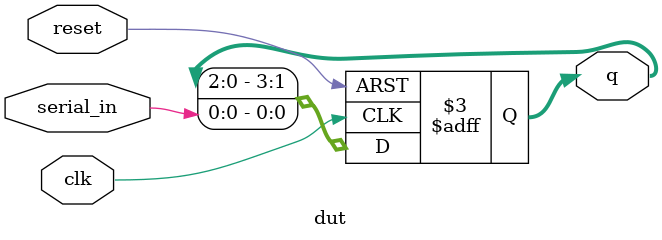
<source format=v>


module dut(
        input clk,reset,serial_in,
        output reg[3:0]q
);

always@(posedge clk or negedge reset)
    if(!reset)
        q=0;
    else
    begin
        q[0]<=serial_in;
        q[1]<=q[0];
        q[2]<=q[1];
        q[3]<=q[2];
    end
endmodule
</source>
